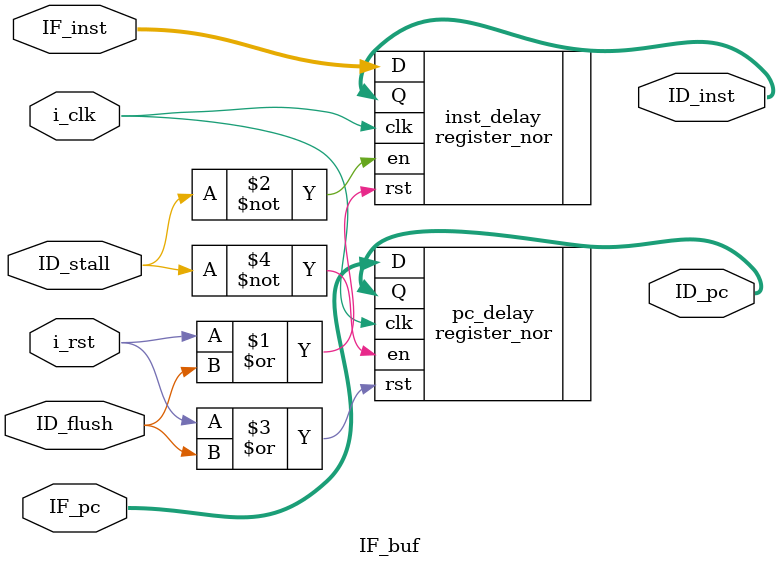
<source format=sv>
module IF_buf #(parameter WIDTH = 32)
(
    input wire i_rst, i_clk,
    // input logic set,  
    input wire ID_stall, ID_flush,
    input wire [WIDTH-1:0] IF_inst, IF_pc,
    output reg [WIDTH-1:0] ID_inst,
    output reg [WIDTH-1:0] ID_pc
);

    register_nor #(.WIDTH(32)) inst_delay (
                .clk(i_clk),
                .rst(i_rst | ID_flush),
                .en(~ID_stall),
                .D(IF_inst),
                .Q(ID_inst)
            );
    register_nor #(.WIDTH(32)) pc_delay (
                .clk(i_clk),
                .rst(i_rst | ID_flush),
                .en(~ID_stall),
                .D(IF_pc),
                .Q(ID_pc)
            );

endmodule


</source>
